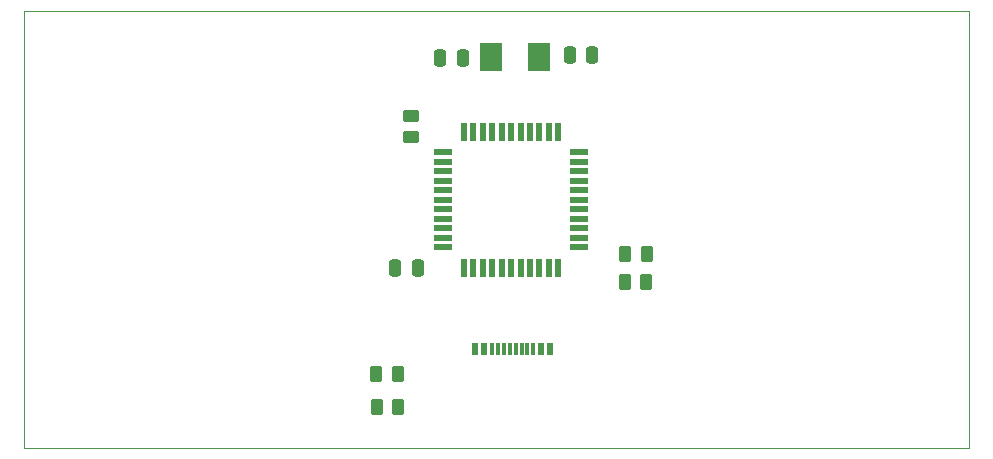
<source format=gbr>
%TF.GenerationSoftware,KiCad,Pcbnew,9.0.0*%
%TF.CreationDate,2025-03-14T14:13:33-06:00*%
%TF.ProjectId,scrollwheel_peripheral,7363726f-6c6c-4776-9865-656c5f706572,rev?*%
%TF.SameCoordinates,Original*%
%TF.FileFunction,Paste,Top*%
%TF.FilePolarity,Positive*%
%FSLAX46Y46*%
G04 Gerber Fmt 4.6, Leading zero omitted, Abs format (unit mm)*
G04 Created by KiCad (PCBNEW 9.0.0) date 2025-03-14 14:13:33*
%MOMM*%
%LPD*%
G01*
G04 APERTURE LIST*
G04 Aperture macros list*
%AMRoundRect*
0 Rectangle with rounded corners*
0 $1 Rounding radius*
0 $2 $3 $4 $5 $6 $7 $8 $9 X,Y pos of 4 corners*
0 Add a 4 corners polygon primitive as box body*
4,1,4,$2,$3,$4,$5,$6,$7,$8,$9,$2,$3,0*
0 Add four circle primitives for the rounded corners*
1,1,$1+$1,$2,$3*
1,1,$1+$1,$4,$5*
1,1,$1+$1,$6,$7*
1,1,$1+$1,$8,$9*
0 Add four rect primitives between the rounded corners*
20,1,$1+$1,$2,$3,$4,$5,0*
20,1,$1+$1,$4,$5,$6,$7,0*
20,1,$1+$1,$6,$7,$8,$9,0*
20,1,$1+$1,$8,$9,$2,$3,0*%
G04 Aperture macros list end*
%ADD10RoundRect,0.250000X0.450000X-0.262500X0.450000X0.262500X-0.450000X0.262500X-0.450000X-0.262500X0*%
%ADD11R,0.600000X1.100000*%
%ADD12R,0.300000X1.100000*%
%ADD13RoundRect,0.250000X0.262500X0.450000X-0.262500X0.450000X-0.262500X-0.450000X0.262500X-0.450000X0*%
%ADD14RoundRect,0.250000X0.250000X0.475000X-0.250000X0.475000X-0.250000X-0.475000X0.250000X-0.475000X0*%
%ADD15RoundRect,0.250000X-0.262500X-0.450000X0.262500X-0.450000X0.262500X0.450000X-0.262500X0.450000X0*%
%ADD16R,1.900000X2.400000*%
%ADD17RoundRect,0.250000X-0.250000X-0.475000X0.250000X-0.475000X0.250000X0.475000X-0.250000X0.475000X0*%
%ADD18R,1.500000X0.600000*%
%ADD19R,0.600000X1.500000*%
%TA.AperFunction,Profile*%
%ADD20C,0.050000*%
%TD*%
G04 APERTURE END LIST*
D10*
%TO.C,R5*%
X74775000Y-64200000D03*
X74775000Y-62375000D03*
%TD*%
D11*
%TO.C,J1*%
X80180000Y-82175000D03*
X80980000Y-82175000D03*
D12*
X82130000Y-82175000D03*
X83130000Y-82175000D03*
X83630000Y-82175000D03*
X84630000Y-82175000D03*
D11*
X86580000Y-82175000D03*
X85780000Y-82175000D03*
D12*
X85130000Y-82175000D03*
X84130000Y-82175000D03*
X82630000Y-82175000D03*
X81630000Y-82175000D03*
%TD*%
D13*
%TO.C,R1*%
X94687500Y-76500000D03*
X92862500Y-76500000D03*
%TD*%
D14*
%TO.C,C7*%
X79150000Y-57500000D03*
X77250000Y-57500000D03*
%TD*%
D15*
%TO.C,R4*%
X71850000Y-84225000D03*
X73675000Y-84225000D03*
%TD*%
D13*
%TO.C,R3*%
X73700000Y-87075000D03*
X71875000Y-87075000D03*
%TD*%
D16*
%TO.C,Y1*%
X85650000Y-57400000D03*
X81550000Y-57400000D03*
%TD*%
D13*
%TO.C,R2*%
X94725000Y-74075000D03*
X92900000Y-74075000D03*
%TD*%
D17*
%TO.C,C6*%
X88225000Y-57225000D03*
X90125000Y-57225000D03*
%TD*%
D18*
%TO.C,IC1*%
X89000000Y-73500000D03*
X89000000Y-72700000D03*
X89000000Y-71900000D03*
X89000000Y-71100000D03*
X89000000Y-70300000D03*
X89000000Y-69500000D03*
X89000000Y-68700000D03*
X89000000Y-67900000D03*
X89000000Y-67100000D03*
X89000000Y-66300000D03*
X89000000Y-65500000D03*
D19*
X87250000Y-63750000D03*
X86450000Y-63750000D03*
X85650000Y-63750000D03*
X84850000Y-63750000D03*
X84050000Y-63750000D03*
X83250000Y-63750000D03*
X82450000Y-63750000D03*
X81650000Y-63750000D03*
X80850000Y-63750000D03*
X80050000Y-63750000D03*
X79250000Y-63750000D03*
D18*
X77500000Y-65500000D03*
X77500000Y-66300000D03*
X77500000Y-67100000D03*
X77500000Y-67900000D03*
X77500000Y-68700000D03*
X77500000Y-69500000D03*
X77500000Y-70300000D03*
X77500000Y-71100000D03*
X77500000Y-71900000D03*
X77500000Y-72700000D03*
X77500000Y-73500000D03*
D19*
X79250000Y-75250000D03*
X80050000Y-75250000D03*
X80850000Y-75250000D03*
X81650000Y-75250000D03*
X82450000Y-75250000D03*
X83250000Y-75250000D03*
X84050000Y-75250000D03*
X84850000Y-75250000D03*
X85650000Y-75250000D03*
X86450000Y-75250000D03*
X87250000Y-75250000D03*
%TD*%
D14*
%TO.C,C10*%
X75325000Y-75275000D03*
X73425000Y-75275000D03*
%TD*%
D20*
X42000000Y-53500000D02*
X122000000Y-53500000D01*
X122000000Y-90500000D01*
X42000000Y-90500000D01*
X42000000Y-53500000D01*
M02*

</source>
